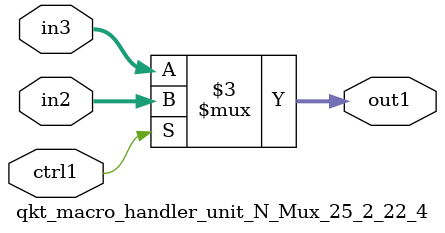
<source format=v>

`timescale 1ps / 1ps


module qkt_macro_handler_unit_N_Mux_25_2_22_4( in3, in2, ctrl1, out1 );

    input [24:0] in3;
    input [24:0] in2;
    input ctrl1;
    output [24:0] out1;
    reg [24:0] out1;

    
    // rtl_process:qkt_macro_handler_unit_N_Mux_25_2_22_4/qkt_macro_handler_unit_N_Mux_25_2_22_4_thread_1
    always @*
      begin : qkt_macro_handler_unit_N_Mux_25_2_22_4_thread_1
        case (ctrl1) 
          1'b1: 
            begin
              out1 = in2;
            end
          default: 
            begin
              out1 = in3;
            end
        endcase
      end

endmodule


</source>
